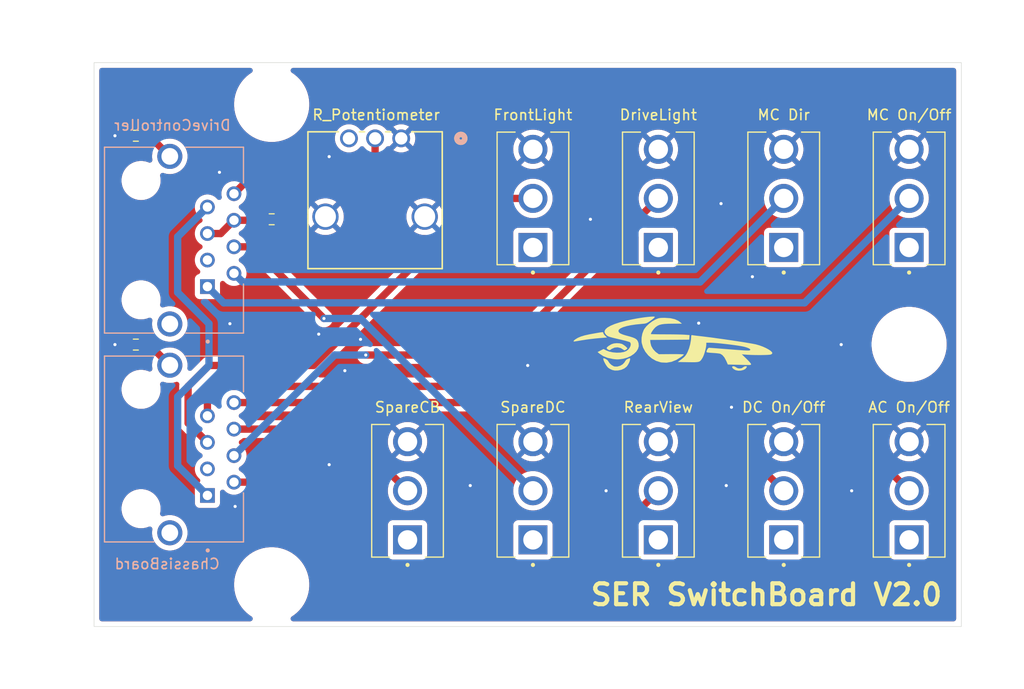
<source format=kicad_pcb>
(kicad_pcb (version 20241229) (generator "pcbnew") (generator_version "9.0")
  (layers (0 "F.Cu" signal) (4 "In1.Cu" signal) (6 "In2.Cu" signal) (2 "B.Cu" signal) (13 "F.Paste" user) (15 "B.Paste" user) (5 "F.SilkS" user "F.Silkscreen") (7 "B.SilkS" user "B.Silkscreen") (1 "F.Mask" user) (3 "B.Mask" user) (25 "Edge.Cuts" user))
  (net 0 "")
  (net 1 "Net-(J2-SHIELD__1)")
  (net 2 "GND")
  (net 3 "Net-(J1-SHIELD__1)")
  (net 4 "Net-(J1-Pad5)")
  (net 5 "+3.3V")
  (net 6 "/Connectors/Potentiometer")
  (net 7 "/Connectors/MC_OnOff")
  (net 8 "/Connectors/MC_Dir")
  (net 9 "/Connectors/FrontLight")
  (net 10 "/Connectors/DriveLight")
  (net 11 "/Connectors/RearView")
  (net 12 "/Connectors/SpareSwitch_CB")
  (net 14 "/Connectors/DC_Enable")
  (net 16 "/Connectors/AC_Enable")
  (net 17 "/Connectors/SpareSwitch_DC")
  (net 18 "/Connectors/BreakLight")
  (footprint "Imported_Footprints:P0915N-EC15BR10K_BIT" (layer "F.Cu") (at 137.3951 58.25045 180)
    (property "Reference" "RV1" (hide yes))
    (property "Value" "R_Potentiometer" (at 2.3951 2.25045 0) (layer "F.SilkS"))
    (fp_line (start 8.9262 0.626999) (end 8.9262 -12.477) (stroke (width 0.1524)) (layer "F.SilkS"))
    (fp_line (start 8.9262 -12.477) (end -3.9262 -12.477) (stroke (width 0.1524)) (layer "F.SilkS"))
    (fp_line (start 6.00393 0.626999) (end 8.9262 0.626999) (stroke (width 0.1524)) (layer "F.SilkS"))
    (fp_line (start 3.50393 0.626999) (end 3.99607 0.626999) (stroke (width 0.1524)) (layer "F.SilkS"))
    (fp_line (start 1.00393 0.626999) (end 1.49607 0.626999) (stroke (width 0.1524)) (layer "F.SilkS"))
    (fp_line (start -3.9262 0.626999) (end -1.00393 0.626999) (stroke (width 0.1524)) (layer "F.SilkS"))
    (fp_line (start -3.9262 -12.477) (end -3.9262 0.626999) (stroke (width 0.1524)) (layer "F.SilkS"))
    (fp_circle (center -5.7042 0) (end -5.3232 0) (stroke (width 0.508)) (fill no) (layer "F.SilkS"))
    (fp_circle (center -5.7042 0) (end -5.3232 0) (stroke (width 0.508)) (fill no) (layer "B.SilkS"))
    (pad "1" thru_hole circle (at -2.249998 -7.5 270) (size 2.5146 2.5146) (drill 2.0066) (layers "*.Cu" "*.Mask") (net 2 "GND"))
    (pad "1" thru_hole circle (at 0 0 180) (size 1.7018 1.7018) (drill 1.1938) (layers "*.Cu" "*.Mask") (net 2 "GND"))
    (pad "1" thru_hole circle (at 7.249998 -7.5 270) (size 2.5146 2.5146) (drill 2.0066) (layers "*.Cu" "*.Mask") (net 2 "GND"))
    (pad "2" thru_hole circle (at 2.5 0 180) (size 1.7018 1.7018) (drill 1.1938) (layers "*.Cu" "*.Mask") (net 6 "/Connectors/Potentiometer"))
    (pad "3" thru_hole circle (at 5 0 180) (size 1.7018 1.7018) (drill 1.1938) (layers "*.Cu" "*.Mask") (net 5 "+3.3V"))
  )
  (footprint "Imported_Footprints:SW_100SP1T1B1M2QEH" (layer "F.Cu") (at 150 64 90)
    (property "Reference" "SW3" (hide yes))
    (property "Value" "FrontLight" (at 8 0 0) (layer "F.SilkS"))
    (fp_line (start 6.35 -3.43) (end 6.35 -1.7075) (stroke (width 0.127)) (layer "F.SilkS"))
    (fp_line (start -6.35 -3.43) (end 6.35 -3.43) (stroke (width 0.127)) (layer "F.SilkS"))
    (fp_line (start -6.35 -1.7075) (end -6.35 -3.43) (stroke (width 0.127)) (layer "F.SilkS"))
    (fp_line (start 6.35 3.43) (end 6.35 1.7075) (stroke (width 0.127)) (layer "F.SilkS"))
    (fp_line (start 6.35 3.43) (end -6.35 3.43) (stroke (width 0.127)) (layer "F.SilkS"))
    (fp_line (start -6.35 3.43) (end -6.35 1.7075) (stroke (width 0.127)) (layer "F.SilkS"))
    (fp_circle (center -7.1 0) (end -7 0) (stroke (width 0.2)) (fill no) (layer "F.SilkS"))
    (pad "1" thru_hole rect (at -4.7 0 90) (size 2.775 2.775) (drill 1.85) (layers "*.Cu" "*.Mask") (net 5 "+3.3V"))
    (pad "2" thru_hole circle (at 0 0 90) (size 2.775 2.775) (drill 1.85) (layers "*.Cu" "*.Mask") (net 9 "/Connectors/FrontLight"))
    (pad "3" thru_hole circle (at 4.7 0 90) (size 2.775 2.775) (drill 1.85) (layers "*.Cu" "*.Mask") (net 2 "GND"))
  )
  (footprint "Resistor_SMD:R_0603_1608Metric" (layer "F.Cu") (at 125 66 180)
    (property "Reference" "R3" (hide yes))
    (property "Value" "R")
    (fp_line (start -0.237258 0.5225) (end 0.237258 0.5225) (stroke (width 0.12)) (layer "F.SilkS"))
    (fp_line (start -0.237258 -0.5225) (end 0.237258 -0.5225) (stroke (width 0.12)) (layer "F.SilkS"))
    (pad "1" smd roundrect (at -0.825 0 180) (size 0.8 0.95) (layers "F.Cu" "F.Mask" "F.Paste") (net 2 "GND"))
    (pad "2" smd roundrect (at 0.825 0 180) (size 0.8 0.95) (layers "F.Cu" "F.Mask" "F.Paste") (net 4 "Net-(J1-Pad5)"))
  )
  (footprint "Resistor_SMD:R_0603_1608Metric" (layer "F.Cu") (at 112 78)
    (property "Reference" "R1" (hide yes))
    (property "Value" "R")
    (fp_line (start -0.237258 -0.5225) (end 0.237258 -0.5225) (stroke (width 0.12)) (layer "F.SilkS"))
    (fp_line (start -0.237258 0.5225) (end 0.237258 0.5225) (stroke (width 0.12)) (layer "F.SilkS"))
    (pad "1" smd roundrect (at -0.825 0) (size 0.8 0.95) (layers "F.Cu" "F.Mask" "F.Paste") (net 2 "GND"))
    (pad "2" smd roundrect (at 0.825 0) (size 0.8 0.95) (layers "F.Cu" "F.Mask" "F.Paste") (net 1 "Net-(J2-SHIELD__1)"))
  )
  (footprint "Imported_Footprints:SW_100SP1T1B1M2QEH" (layer "F.Cu") (at 174 64 90)
    (property "Reference" "SW2" (hide yes))
    (property "Value" "MC Dir" (at 8 0 180) (layer "F.SilkS"))
    (fp_line (start 6.35 -3.43) (end 6.35 -1.7075) (stroke (width 0.127)) (layer "F.SilkS"))
    (fp_line (start -6.35 -3.43) (end 6.35 -3.43) (stroke (width 0.127)) (layer "F.SilkS"))
    (fp_line (start -6.35 -1.7075) (end -6.35 -3.43) (stroke (width 0.127)) (layer "F.SilkS"))
    (fp_line (start 6.35 3.43) (end 6.35 1.7075) (stroke (width 0.127)) (layer "F.SilkS"))
    (fp_line (start 6.35 3.43) (end -6.35 3.43) (stroke (width 0.127)) (layer "F.SilkS"))
    (fp_line (start -6.35 3.43) (end -6.35 1.7075) (stroke (width 0.127)) (layer "F.SilkS"))
    (fp_circle (center -7.1 0) (end -7 0) (stroke (width 0.2)) (fill no) (layer "F.SilkS"))
    (pad "1" thru_hole rect (at -4.7 0 90) (size 2.775 2.775) (drill 1.85) (layers "*.Cu" "*.Mask") (net 5 "+3.3V"))
    (pad "2" thru_hole circle (at 0 0 90) (size 2.775 2.775) (drill 1.85) (layers "*.Cu" "*.Mask") (net 8 "/Connectors/MC_Dir"))
    (pad "3" thru_hole circle (at 4.7 0 90) (size 2.775 2.775) (drill 1.85) (layers "*.Cu" "*.Mask") (net 2 "GND"))
  )
  (footprint "Imported_Footprints:SW_100SP1T1B1M2QEH" (layer "F.Cu") (at 162 64 90)
    (property "Reference" "SW4" (hide yes))
    (property "Value" "DriveLight" (at 8 0 180) (layer "F.SilkS"))
    (fp_line (start 6.35 -3.43) (end 6.35 -1.7075) (stroke (width 0.127)) (layer "F.SilkS"))
    (fp_line (start -6.35 -3.43) (end 6.35 -3.43) (stroke (width 0.127)) (layer "F.SilkS"))
    (fp_line (start -6.35 -1.7075) (end -6.35 -3.43) (stroke (width 0.127)) (layer "F.SilkS"))
    (fp_line (start 6.35 3.43) (end 6.35 1.7075) (stroke (width 0.127)) (layer "F.SilkS"))
    (fp_line (start 6.35 3.43) (end -6.35 3.43) (stroke (width 0.127)) (layer "F.SilkS"))
    (fp_line (start -6.35 3.43) (end -6.35 1.7075) (stroke (width 0.127)) (layer "F.SilkS"))
    (fp_circle (center -7.1 0) (end -7 0) (stroke (width 0.2)) (fill no) (layer "F.SilkS"))
    (pad "1" thru_hole rect (at -4.7 0 90) (size 2.775 2.775) (drill 1.85) (layers "*.Cu" "*.Mask") (net 5 "+3.3V"))
    (pad "2" thru_hole circle (at 0 0 90) (size 2.775 2.775) (drill 1.85) (layers "*.Cu" "*.Mask") (net 10 "/Connectors/DriveLight"))
    (pad "3" thru_hole circle (at 4.7 0 90) (size 2.775 2.775) (drill 1.85) (layers "*.Cu" "*.Mask") (net 2 "GND"))
  )
  (footprint "Imported_Footprints:SW_100SP1T1B1M2QEH" (layer "F.Cu") (at 150 92 90)
    (property "Reference" "SW9" (hide yes))
    (property "Value" "SpareDC" (at 8 0 180) (layer "F.SilkS"))
    (fp_line (start 6.35 -3.43) (end 6.35 -1.7075) (stroke (width 0.127)) (layer "F.SilkS"))
    (fp_line (start -6.35 -3.43) (end 6.35 -3.43) (stroke (width 0.127)) (layer "F.SilkS"))
    (fp_line (start -6.35 -1.7075) (end -6.35 -3.43) (stroke (width 0.127)) (layer "F.SilkS"))
    (fp_line (start 6.35 3.43) (end 6.35 1.7075) (stroke (width 0.127)) (layer "F.SilkS"))
    (fp_line (start 6.35 3.43) (end -6.35 3.43) (stroke (width 0.127)) (layer "F.SilkS"))
    (fp_line (start -6.35 3.43) (end -6.35 1.7075) (stroke (width 0.127)) (layer "F.SilkS"))
    (fp_circle (center -7.1 0) (end -7 0) (stroke (width 0.2)) (fill no) (layer "F.SilkS"))
    (pad "1" thru_hole rect (at -4.7 0 90) (size 2.775 2.775) (drill 1.85) (layers "*.Cu" "*.Mask") (net 5 "+3.3V"))
    (pad "2" thru_hole circle (at 0 0 90) (size 2.775 2.775) (drill 1.85) (layers "*.Cu" "*.Mask") (net 17 "/Connectors/SpareSwitch_DC"))
    (pad "3" thru_hole circle (at 4.7 0 90) (size 2.775 2.775) (drill 1.85) (layers "*.Cu" "*.Mask") (net 2 "GND"))
  )
  (footprint "Imported_Footprints:SW_100SP1T1B1M2QEH" (layer "F.Cu") (at 162 92 90)
    (property "Reference" "SW5" (hide yes))
    (property "Value" "RearView" (at 8 0 180) (layer "F.SilkS"))
    (fp_line (start 6.35 -3.43) (end 6.35 -1.7075) (stroke (width 0.127)) (layer "F.SilkS"))
    (fp_line (start -6.35 -3.43) (end 6.35 -3.43) (stroke (width 0.127)) (layer "F.SilkS"))
    (fp_line (start -6.35 -1.7075) (end -6.35 -3.43) (stroke (width 0.127)) (layer "F.SilkS"))
    (fp_line (start 6.35 3.43) (end 6.35 1.7075) (stroke (width 0.127)) (layer "F.SilkS"))
    (fp_line (start 6.35 3.43) (end -6.35 3.43) (stroke (width 0.127)) (layer "F.SilkS"))
    (fp_line (start -6.35 3.43) (end -6.35 1.7075) (stroke (width 0.127)) (layer "F.SilkS"))
    (fp_circle (center -7.1 0) (end -7 0) (stroke (width 0.2)) (fill no) (layer "F.SilkS"))
    (pad "1" thru_hole rect (at -4.7 0 90) (size 2.775 2.775) (drill 1.85) (layers "*.Cu" "*.Mask") (net 5 "+3.3V"))
    (pad "2" thru_hole circle (at 0 0 90) (size 2.775 2.775) (drill 1.85) (layers "*.Cu" "*.Mask") (net 11 "/Connectors/RearView"))
    (pad "3" thru_hole circle (at 4.7 0 90) (size 2.775 2.775) (drill 1.85) (layers "*.Cu" "*.Mask") (net 2 "GND"))
  )
  (footprint "Imported_Footprints:SW_100SP1T1B1M2QEH" (layer "F.Cu") (at 174 92 90)
    (property "Reference" "SW7" (hide yes))
    (property "Value" "DC On/Off" (at 8 0 180) (layer "F.SilkS"))
    (fp_line (start 6.35 -3.43) (end 6.35 -1.7075) (stroke (width 0.127)) (layer "F.SilkS"))
    (fp_line (start -6.35 -3.43) (end 6.35 -3.43) (stroke (width 0.127)) (layer "F.SilkS"))
    (fp_line (start -6.35 -1.7075) (end -6.35 -3.43) (stroke (width 0.127)) (layer "F.SilkS"))
    (fp_line (start 6.35 3.43) (end 6.35 1.7075) (stroke (width 0.127)) (layer "F.SilkS"))
    (fp_line (start 6.35 3.43) (end -6.35 3.43) (stroke (width 0.127)) (layer "F.SilkS"))
    (fp_line (start -6.35 3.43) (end -6.35 1.7075) (stroke (width 0.127)) (layer "F.SilkS"))
    (fp_circle (center -7.1 0) (end -7 0) (stroke (width 0.2)) (fill no) (layer "F.SilkS"))
    (pad "1" thru_hole rect (at -4.7 0 90) (size 2.775 2.775) (drill 1.85) (layers "*.Cu" "*.Mask"))
    (pad "2" thru_hole circle (at 0 0 90) (size 2.775 2.775) (drill 1.85) (layers "*.Cu" "*.Mask") (net 14 "/Connectors/DC_Enable"))
    (pad "3" thru_hole circle (at 4.7 0 90) (size 2.775 2.775) (drill 1.85) (layers "*.Cu" "*.Mask") (net 2 "GND"))
  )
  (footprint "Resistor_SMD:R_0603_1608Metric" (layer "F.Cu") (at 112 58)
    (property "Reference" "R2" (hide yes))
    (property "Value" "R")
    (fp_line (start -0.237258 -0.5225) (end 0.237258 -0.5225) (stroke (width 0.12)) (layer "F.SilkS"))
    (fp_line (start -0.237258 0.5225) (end 0.237258 0.5225) (stroke (width 0.12)) (layer "F.SilkS"))
    (pad "1" smd roundrect (at -0.825 0) (size 0.8 0.95) (layers "F.Cu" "F.Mask" "F.Paste") (net 2 "GND"))
    (pad "2" smd roundrect (at 0.825 0) (size 0.8 0.95) (layers "F.Cu" "F.Mask" "F.Paste") (net 3 "Net-(J1-SHIELD__1)"))
  )
  (footprint "Imported_Footprints:MountingHole_3.2mm_M3_No_Copper" (layer "F.Cu") (at 125 55)
    (property "Reference" "H1" (hide yes))
    (property "Value" "MountingHole")
    (pad "" np_thru_hole circle (at 0 0) (size 3.2 3.2) (drill 3.2) (layers "F&B.Cu" "*.Mask") (clearance 2))
  )
  (footprint "Imported_Footprints:SER_Logo" (layer "F.Cu") (at 163.322 78.867)
    (property "Reference" "G1" (hide yes))
    (property "Value" "LOGO" (hide yes))
    (fp_poly (pts (xy 7.130876 1.21422) (xy 7.148839 1.259929) (xy 7.11843 1.337079) (xy 7.004439 1.46932) (xy 6.816082 1.567146) (xy 6.582468 1.624046) (xy 6.332708 1.633512) (xy 6.095912 1.589034) (xy 6.056376 1.574583) (xy 5.893405 1.485417) (xy 5.776277 1.376284) (xy 5.733755 1.27777) (xy 5.775443 1.219928) (xy 5.877018 1.208267) (xy 6.00324 1.239594) (xy 6.118873 1.310718) (xy 6.121205 1.312868) (xy 6.295251 1.402262) (xy 6.458972 1.420041) (xy 6.658191 1.392077) (xy 6.778692 1.312868) (xy 6.904915 1.231692) (xy 7.026987 1.205695)) (fill yes) (layer "F.SilkS"))
    (fp_poly (pts (xy -5.041774 -0.989264) (xy -4.811866 -0.932805) (xy -4.769199 -0.913594) (xy -4.625395 -0.826694) (xy -4.479503 -0.717253) (xy -4.359291 -0.608783) (xy -4.292525 -0.524799) (xy -4.28692 -0.50521) (xy -4.327043 -0.452661) (xy -4.423712 -0.378185) (xy -4.425418 -0.377065) (xy -4.531742 -0.319447) (xy -4.604099 -0.327576) (xy -4.65316 -0.36444) (xy -4.920293 -0.533551) (xy -5.211031 -0.605221) (xy -5.505769 -0.579313) (xy -5.7849 -0.45569) (xy -5.894515 -0.373087) (xy -5.971874 -0.332437) (xy -6.069122 -0.355064) (xy -6.122258 -0.38126) (xy -6.226155 -0.457953) (xy -6.26962 -0.533654) (xy -6.269621 -0.533928) (xy -6.221266 -0.622962) (xy -6.084944 -0.737281) (xy -5.873764 -0.866545) (xy -5.795498 -0.907856) (xy -5.579815 -0.976531) (xy -5.313165 -1.003753)) (fill yes) (layer "F.SilkS"))
    (fp_poly (pts (xy -6.613185 -2.047351) (xy -6.594443 -2.027667) (xy -6.59107 -1.997329) (xy -6.59114 -1.982688) (xy -6.554249 -1.890785) (xy -6.461219 -1.76943) (xy -6.410842 -1.71814) (xy -6.230544 -1.548097) (xy -7.040483 -1.479986) (xy -7.41462 -1.443438) (xy -7.83676 -1.394087) (xy -8.255474 -1.338365) (xy -8.619332 -1.282704) (xy -8.623573 -1.281993) (xy -8.933226 -1.229806) (xy -9.152486 -1.193178) (xy -9.296761 -1.170582) (xy -9.381461 -1.160495) (xy -9.421995 -1.16139) (xy -9.433772 -1.171742) (xy -9.432201 -1.190027) (xy -9.431224 -1.202048) (xy -9.391502 -1.263347) (xy -9.293837 -1.349386) (xy -9.273156 -1.36454) (xy -9.028721 -1.512678) (xy -8.73722 -1.63805) (xy -8.380662 -1.746789) (xy -7.941056 -1.845027) (xy -7.769636 -1.877097) (xy -7.388214 -1.945571) (xy -7.099436 -1.996466) (xy -6.890423 -2.030938) (xy -6.748296 -2.05014) (xy -6.660177 -2.055227)) (fill yes) (layer "F.SilkS"))
    (fp_poly (pts (xy -6.444015 0.472276) (xy -6.378224 0.499654) (xy -6.197348 0.611855) (xy -6.103688 0.73706) (xy -5.986775 0.916083) (xy -5.808681 1.081522) (xy -5.609501 1.200231) (xy -5.502295 1.234208) (xy -5.2382 1.237097) (xy -4.972704 1.160934) (xy -4.736155 1.02102) (xy -4.558905 0.832655) (xy -4.504474 0.73116) (xy -4.383199 0.577624) (xy -4.22959 0.493247) (xy -4.097287 0.444226) (xy -4.036699 0.440966) (xy -4.019805 0.489992) (xy -4.018988 0.54231) (xy -4.04994 0.695185) (xy -4.130079 0.891017) (xy -4.240324 1.090142) (xy -4.359951 1.2511) (xy -4.578765 1.42186) (xy -4.863 1.545155) (xy -5.178541 1.613257) (xy -5.491274 1.618435) (xy -5.739914 1.563746) (xy -5.92191 1.479791) (xy -6.093612 1.377291) (xy -6.097961 1.374216) (xy -6.203946 1.266484) (xy -6.324494 1.09698) (xy -6.440878 0.898733) (xy -6.534369 0.704772) (xy -6.586237 0.548125) (xy -6.59114 0.504491) (xy -6.583768 0.448664) (xy -6.543703 0.438129)) (fill yes) (layer "F.SilkS"))
    (fp_poly (pts (xy -0.696625 -3.428782) (xy -0.182172 -3.395806) (xy 0.251811 -3.298867) (xy 0.602592 -3.138719) (xy 0.753399 -3.028844) (xy 0.937763 -2.871234) (xy 0.049915 -2.869056) (xy -0.382645 -2.86275) (xy -0.725614 -2.843698) (xy -0.996193 -2.808147) (xy -1.211585 -2.752342) (xy -1.388994 -2.672529) (xy -1.545622 -2.564954) (xy -1.614669 -2.505801) (xy -1.742574 -2.370643) (xy -1.86832 -2.206396) (xy -1.97101 -2.044195) (xy -2.029747 -1.91517) (xy -2.036287 -1.877663) (xy -1.985035 -1.869926) (xy -1.840613 -1.862946) (xy -1.617024 -1.857013) (xy -1.328271 -1.852419) (xy -0.988355 -1.849455) (xy -0.629642 -1.848414) (xy -0.223305 -1.846971) (xy 0.173306 -1.843084) (xy 0.539632 -1.837142) (xy 0.855118 -1.829533) (xy 1.099203 -1.820645) (xy 1.221775 -1.813471) (xy 1.666547 -1.77885) (xy 1.650467 -1.559257) (xy 1.634388 -1.339663) (xy -0.234493 -1.325565) (xy -2.103374 -1.311466) (xy -2.077725 -1.04453) (xy -1.998422 -0.734905) (xy -1.831274 -0.437458) (xy -1.594233 -0.181495) (xy -1.507659 -0.113927) (xy -1.273756 0.053586) (xy -0.07422 0.044693) (xy 0.271365 0.044026) (xy 0.577976 0.047062) (xy 0.830453 0.053351) (xy 1.013635 0.062443) (xy 1.112361 0.073887) (xy 1.125316 0.080319) (xy 1.085306 0.133366) (xy 0.981664 0.225062) (xy 0.87078 0.310351) (xy 0.401879 0.601124) (xy -0.064285 0.786346) (xy -0.532839 0.867349) (xy -1.008908 0.845467) (xy -1.11587 0.826839) (xy -1.540827 0.691754) (xy -1.93399 0.468404) (xy -2.281302 0.172139) (xy -2.568708 -0.181691) (xy -2.78215 -0.577736) (xy -2.907573 -1.000644) (xy -2.928078 -1.152204) (xy -2.924766 -1.531494) (xy -2.853774 -1.914121) (xy -2.724322 -2.258149) (xy -2.659634 -2.37335) (xy -2.466762 -2.617922) (xy -2.204474 -2.866708) (xy -1.905631 -3.091901) (xy -1.607595 -3.263559) (xy -1.439698 -3.33945) (xy -1.29841 -3.387876) (xy -1.150415 -3.41488) (xy -0.962401 -3.426503) (xy -0.701052 -3.428787)) (fill yes) (layer "F.SilkS"))
    (fp_poly (pts (xy -1.702869 -3.54505) (xy -1.659944 -3.530113) (xy -1.677259 -3.476921) (xy -1.777176 -3.377352) (xy -1.950384 -3.240149) (xy -2.031204 -3.18158) (xy -2.229913 -3.042896) (xy -2.376918 -2.953697) (xy -2.507445 -2.900779) (xy -2.656717 -2.870941) (xy -2.859958 -2.850979) (xy -2.927412 -2.845666) (xy -3.476744 -2.791292) (xy -3.956552 -2.720215) (xy -4.361955 -2.634498) (xy -4.688072 -2.536203) (xy -4.930022 -2.42739) (xy -5.082923 -2.310122) (xy -5.141895 -2.186459) (xy -5.102056 -2.058465) (xy -5.010698 -1.965765) (xy -4.896694 -1.903097) (xy -4.712901 -1.830229) (xy -4.494077 -1.760526) (xy -4.434643 -1.744283) (xy -4.065016 -1.643728) (xy -3.785302 -1.556573) (xy -3.580677 -1.473513) (xy -3.436314 -1.385242) (xy -3.337388 -1.282455) (xy -3.269071 -1.155845) (xy -3.216539 -0.996108) (xy -3.21115 -0.976347) (xy -3.192539 -0.712787) (xy -3.269576 -0.449913) (xy -3.431175 -0.198099) (xy -3.66625 0.032283) (xy -3.963715 0.230859) (xy -4.312485 0.387257) (xy -4.701472 0.491103) (xy -4.795992 0.50654) (xy -5.016842 0.536484) (xy -5.180842 0.550435) (xy -5.332268 0.548591) (xy -5.515398 0.53115) (xy -5.680575 0.510488) (xy -6.174724 0.4054) (xy -6.611207 0.228142) (xy -6.964824 -0.007028) (xy -7.138473 -0.153144) (xy -6.852171 -0.298224) (xy -6.565869 -0.443304) (xy -6.316198 -0.312754) (xy -6.020588 -0.197135) (xy -5.673774 -0.122831) (xy -5.305786 -0.090832) (xy -4.946657 -0.102125) (xy -4.626417 -0.157697) (xy -4.390795 -0.249432) (xy -4.208667 -0.387368) (xy -4.069352 -0.560523) (xy -3.982602 -0.745619) (xy -3.958164 -0.919377) (xy -4.005788 -1.05852) (xy -4.037917 -1.091998) (xy -4.112066 -1.123457) (xy -4.272186 -1.172985) (xy -4.499627 -1.235414) (xy -4.775734 -1.305576) (xy -5.018025 -1.363543) (xy -5.389367 -1.450624) (xy -5.671667 -1.519362) (xy -5.880395 -1.575146) (xy -6.031022 -1.623369) (xy -6.139018 -1.669418) (xy -6.219853 -1.718685) (xy -6.288998 -1.776559) (xy -6.336604 -1.82295) (xy -6.45454 -1.994908) (xy -6.467027 -2.167173) (xy -6.375782 -2.338759) (xy -6.182521 -2.508681) (xy -5.888961 -2.675951) (xy -5.496819 -2.839585) (xy -5.007811 -2.998597) (xy -4.423653 -3.152) (xy -3.777848 -3.292496) (xy -3.405942 -3.361975) (xy -3.03256 -3.423309) (xy -2.673684 -3.474705) (xy -2.345295 -3.51437) (xy -2.063375 -3.540512) (xy -1.843906 -3.551336)) (fill yes) (layer "F.SilkS"))
    (fp_poly (pts (xy 1.93987 -1.771414) (xy 1.94251 -1.770841) (xy 2.04625 -1.753838) (xy 2.226815 -1.729616) (xy 2.454432 -1.702036) (xy 2.598945 -1.685729) (xy 2.980136 -1.641544) (xy 3.421243 -1.586387) (xy 3.907788 -1.522399) (xy 4.425296 -1.45172) (xy 4.959289 -1.376487) (xy 5.495291 -1.298841) (xy 6.018826 -1.220922) (xy 6.515417 -1.144869) (xy 6.970587 -1.07282) (xy 7.36986 -1.006916) (xy 7.698759 -0.949297) (xy 7.942808 -0.9021) (xy 8.025885 -0.8837) (xy 8.348348 -0.792596) (xy 8.665476 -0.676991) (xy 8.960716 -0.545724) (xy 9.217515 -0.407634) (xy 9.419317 -0.271559) (xy 9.54957 -0.14634) (xy 9.591983 -0.047498) (xy 9.547053 0.02502) (xy 9.446228 0.084861) (xy 9.339331 0.104247) (xy 9.14508 0.119243) (xy 8.883212 0.129711) (xy 8.573461 0.135514) (xy 8.235564 0.136514) (xy 7.889255 0.132573) (xy 7.554271 0.123555) (xy 7.250346 0.109321) (xy 7.127004 0.101029) (xy 6.671519 0.066664) (xy 7.113607 0.493192) (xy 7.289728 0.670558) (xy 7.43255 0.828559) (xy 7.526303 0.94879) (xy 7.555696 1.009122) (xy 7.542241 1.053184) (xy 7.488239 1.078687) (xy 7.373231 1.089228) (xy 7.17676 1.088407) (xy 7.113607 1.086876) (xy 6.87529 1.080688) (xy 6.572388 1.072953) (xy 6.247457 1.064753) (xy 5.999554 1.058566) (xy 5.32759 1.041902) (xy 5.181883 0.707441) (xy 5.003864 0.371488) (xy 4.807779 0.138459) (xy 4.616586 0.017938) (xy 4.504751 -0.007918) (xy 4.315394 -0.033532) (xy 4.07812 -0.055419) (xy 3.896844 -0.066783) (xy 3.659138 -0.082371) (xy 3.46365 -0.102134) (xy 3.333589 -0.12329) (xy 3.292291 -0.139272) (xy 3.288981 -0.229129) (xy 3.335731 -0.355619) (xy 3.410342 -0.477597) (xy 3.490621 -0.553917) (xy 3.520578 -0.562459) (xy 3.59896 -0.558233) (xy 3.768478 -0.546458) (xy 4.013452 -0.528311) (xy 4.318202 -0.504972) (xy 4.667046 -0.477619) (xy 4.956751 -0.45449) (xy 5.535978 -0.408298) (xy 6.017531 -0.370914) (xy 6.410502 -0.341823) (xy 6.723985 -0.320511) (xy 6.96707 -0.306463) (xy 7.148852 -0.299164) (xy 7.278422 -0.298101) (xy 7.364874 -0.302757) (xy 7.417298 -0.31262) (xy 7.423713 -0.314866) (xy 7.486204 -0.367591) (xy 7.453133 -0.434689) (xy 7.334165 -0.510197) (xy 7.138965 -0.588153) (xy 6.877198 -0.662596) (xy 6.849238 -0.669264) (xy 6.617144 -0.715698) (xy 6.302333 -0.767228) (xy 5.927679 -0.82116) (xy 5.51606 -0.874804) (xy 5.090352 -0.925465) (xy 4.673431 -0.970453) (xy 4.288173 -1.007074) (xy 3.957455 -1.032637) (xy 3.704154 -1.044448) (xy 3.657278 -1.044937) (xy 3.268776 -1.044938) (xy 3.268776 -0.865957) (xy 3.248603 -0.665829) (xy 3.195251 -0.406667) (xy 3.119469 -0.127193) (xy 3.032008 0.133871) (xy 2.943619 0.337803) (xy 2.92551 0.370487) (xy 2.833003 0.52497) (xy 2.751084 0.64052) (xy 2.66298 0.722535) (xy 2.551918 0.776413) (xy 2.401126 0.807554) (xy 2.193831 0.821355) (xy 1.91326 0.823216) (xy 1.542641 0.818535) (xy 1.533899 0.818407) (xy 0.531933 0.803797) (xy 0.90496 0.524727) (xy 1.108081 0.363394) (xy 1.250865 0.21921) (xy 1.365085 0.054535) (xy 1.472056 -0.147014) (xy 1.612466 -0.49436) (xy 1.725222 -0.895065) (xy 1.798271 -1.298981) (xy 1.820071 -1.59522) (xy 1.828378 -1.725811) (xy 1.862198 -1.775774)) (fill yes) (layer "F.SilkS"))
  )
  (footprint "Imported_Footprints:SW_100SP1T1B1M2QEH" (layer "F.Cu") (at 186 64 90)
    (property "Reference" "SW1" (hide yes))
    (property "Value" "MC On/Off" (at 8 0 180) (layer "F.SilkS"))
    (fp_line (start 6.35 -3.43) (end 6.35 -1.7075) (stroke (width 0.127)) (layer "F.SilkS"))
    (fp_line (start -6.35 -3.43) (end 6.35 -3.43) (stroke (width 0.127)) (layer "F.SilkS"))
    (fp_line (start -6.35 -1.7075) (end -6.35 -3.43) (stroke (width 0.127)) (layer "F.SilkS"))
    (fp_line (start 6.35 3.43) (end 6.35 1.7075) (stroke (width 0.127)) (layer "F.SilkS"))
    (fp_line (start 6.35 3.43) (end -6.35 3.43) (stroke (width 0.127)) (layer "F.SilkS"))
    (fp_line (start -6.35 3.43) (end -6.35 1.7075) (stroke (width 0.127)) (layer "F.SilkS"))
    (fp_circle (center -7.1 0) (end -7 0) (stroke (width 0.2)) (fill no) (layer "F.SilkS"))
    (pad "1" thru_hole rect (at -4.7 0 90) (size 2.775 2.775) (drill 1.85) (layers "*.Cu" "*.Mask") (net 5 "+3.3V"))
    (pad "2" thru_hole circle (at 0 0 90) (size 2.775 2.775) (drill 1.85) (layers "*.Cu" "*.Mask") (net 7 "/Connectors/MC_OnOff"))
    (pad "3" thru_hole circle (at 4.7 0 90) (size 2.775 2.775) (drill 1.85) (layers "*.Cu" "*.Mask") (net 2 "GND"))
  )
  (footprint "Imported_Footprints:SW_100SP1T1B1M2QEH" (layer "F.Cu") (at 138 92 90)
    (property "Reference" "SW6" (hide yes))
    (property "Value" "SpareCB" (at 8 0 180) (layer "F.SilkS"))
    (fp_line (start 6.35 -3.43) (end 6.35 -1.7075) (stroke (width 0.127)) (layer "F.SilkS"))
    (fp_line (start -6.35 -3.43) (end 6.35 -3.43) (stroke (width 0.127)) (layer "F.SilkS"))
    (fp_line (start -6.35 -1.7075) (end -6.35 -3.43) (stroke (width 0.127)) (layer "F.SilkS"))
    (fp_line (start 6.35 3.43) (end 6.35 1.7075) (stroke (width 0.127)) (layer "F.SilkS"))
    (fp_line (start 6.35 3.43) (end -6.35 3.43) (stroke (width 0.127)) (layer "F.SilkS"))
    (fp_line (start -6.35 3.43) (end -6.35 1.7075) (stroke (width 0.127)) (layer "F.SilkS"))
    (fp_circle (center -7.1 0) (end -7 0) (stroke (width 0.2)) (fill no) (layer "F.SilkS"))
    (pad "1" thru_hole rect (at -4.7 0 90) (size 2.775 2.775) (drill 1.85) (layers "*.Cu" "*.Mask") (net 5 "+3.3V"))
    (pad "2" thru_hole circle (at 0 0 90) (size 2.775 2.775) (drill 1.85) (layers "*.Cu" "*.Mask") (net 12 "/Connectors/SpareSwitch_CB"))
    (pad "3" thru_hole circle (at 4.7 0 90) (size 2.775 2.775) (drill 1.85) (layers "*.Cu" "*.Mask") (net 2 "GND"))
  )
  (footprint "Imported_Footprints:MountingHole_3.2mm_M3_No_Copper" (layer "F.Cu") (at 186 77.978)
    (property "Reference" "H3" (hide yes))
    (property "Value" "MountingHole")
    (pad "" np_thru_hole circle (at 0 0) (size 3.2 3.2) (drill 3.2) (layers "F&B.Cu" "*.Mask") (clearance 2))
  )
  (footprint "Imported_Footprints:SW_100SP1T1B1M2QEH" (layer "F.Cu") (at 186 92 90)
    (property "Reference" "SW8" (hide yes))
    (property "Value" "AC On/Off" (at 8 0 180) (layer "F.SilkS"))
    (fp_line (start 6.35 -3.43) (end 6.35 -1.7075) (stroke (width 0.127)) (layer "F.SilkS"))
    (fp_line (start -6.35 -3.43) (end 6.35 -3.43) (stroke (width 0.127)) (layer "F.SilkS"))
    (fp_line (start -6.35 -1.7075) (end -6.35 -3.43) (stroke (width 0.127)) (layer "F.SilkS"))
    (fp_line (start 6.35 3.43) (end 6.35 1.7075) (stroke (width 0.127)) (layer "F.SilkS"))
    (fp_line (start 6.35 3.43) (end -6.35 3.43) (stroke (width 0.127)) (layer "F.SilkS"))
    (fp_line (start -6.35 3.43) (end -6.35 1.7075) (stroke (width 0.127)) (layer "F.SilkS"))
    (fp_circle (center -7.1 0) (end -7 0) (stroke (width 0.2)) (fill no) (layer "F.SilkS"))
    (pad "1" thru_hole rect (at -4.7 0 90) (size 2.775 2.775) (drill 1.85) (layers "*.Cu" "*.Mask"))
    (pad "2" thru_hole circle (at 0 0 90) (size 2.775 2.775) (drill 1.85) (layers "*.Cu" "*.Mask") (net 16 "/Connectors/AC_Enable"))
    (pad "3" thru_hole circle (at 4.7 0 90) (size 2.775 2.775) (drill 1.85) (layers "*.Cu" "*.Mask") (net 2 "GND"))
  )
  (footprint "Imported_Footprints:MountingHole_3.2mm_M3_No_Copper" (layer "F.Cu") (at 125 101)
    (property "Reference" "H2" (hide yes))
    (property "Value" "MountingHole")
    (pad "" np_thru_hole circle (at 0 0) (size 3.2 3.2) (drill 3.2) (layers "F&B.Cu" "*.Mask") (clearance 2))
  )
  (footprint "Imported_Footprints:CUI_CRJ027-1-TH" (layer "B.Cu") (at 112.5 68 90)
    (property "Reference" "J1" (hide yes))
    (property "Value" "DriveController" (at 11 3 0) (layer "B.SilkS") (effects (justify mirror)))
    (fp_line (start 8.9 -3.5) (end -8.9 -3.5) (stroke (width 0.127)) (layer "B.SilkS"))
    (fp_line (start 8.9 -3.5) (end 8.9 1.22) (stroke (width 0.127)) (layer "B.SilkS"))
    (fp_line (start -8.9 -3.5) (end -8.9 1.22) (stroke (width 0.127)) (layer "B.SilkS"))
    (fp_line (start 8.9 4.28) (end 8.9 9.8) (stroke (width 0.127)) (layer "B.SilkS"))
    (fp_line (start -8.9 4.28) (end -8.9 9.8) (stroke (width 0.127)) (layer "B.SilkS"))
    (fp_line (start 5.48 9.8) (end 8.9 9.8) (stroke (width 0.127)) (layer "B.SilkS"))
    (fp_line (start -8.9 9.8) (end -4.2 9.8) (stroke (width 0.127)) (layer "B.SilkS"))
    (fp_circle (center -9.71 6.38) (end -9.61 6.38) (stroke (width 0.2)) (fill no) (layer "B.SilkS"))
    (pad "" np_thru_hole circle (at -5.715 0 90) (size 3.25 3.25) (drill 3.25) (layers "*.Cu" "*.Mask"))
    (pad "" np_thru_hole circle (at 5.715 0 90) (size 3.25 3.25) (drill 3.25) (layers "*.Cu" "*.Mask"))
    (pad "1" thru_hole rect (at -4.445 6.35 90) (size 1.408 1.408) (drill 0.9) (layers "*.Cu" "*.Mask") (net 7 "/Connectors/MC_OnOff"))
    (pad "2" thru_hole circle (at -3.175 8.89 90) (size 1.408 1.408) (drill 0.9) (layers "*.Cu" "*.Mask") (net 8 "/Connectors/MC_Dir"))
    (pad "3" thru_hole circle (at -1.905 6.35 90) (size 1.408 1.408) (drill 0.9) (layers "*.Cu" "*.Mask") (net 5 "+3.3V"))
    (pad "4" thru_hole circle (at -0.635 8.89 90) (size 1.408 1.408) (drill 0.9) (layers "*.Cu" "*.Mask") (net 17 "/Connectors/SpareSwitch_DC"))
    (pad "5" thru_hole circle (at 0.635 6.35 90) (size 1.408 1.408) (drill 0.9) (layers "*.Cu" "*.Mask") (net 4 "Net-(J1-Pad5)"))
    (pad "6" thru_hole circle (at 1.905 8.89 90) (size 1.408 1.408) (drill 0.9) (layers "*.Cu" "*.Mask") (net 4 "Net-(J1-Pad5)"))
    (pad "7" thru_hole circle (at 3.175 6.35 90) (size 1.408 1.408) (drill 0.9) (layers "*.Cu" "*.Mask") (net 18 "/Connectors/BreakLight"))
    (pad "8" thru_hole circle (at 4.445 8.89 90) (size 1.408 1.408) (drill 0.9) (layers "*.Cu" "*.Mask") (net 6 "/Connectors/Potentiometer"))
    (pad "S1" thru_hole circle (at -8.025 2.75 90) (size 2.4 2.4) (drill 1.6) (layers "*.Cu" "*.Mask"))
    (pad "S2" thru_hole circle (at 8.025 2.75 90) (size 2.4 2.4) (drill 1.6) (layers "*.Cu" "*.Mask") (net 3 "Net-(J1-SHIELD__1)"))
  )
  (footprint "Imported_Footprints:CUI_CRJ027-1-TH" (layer "B.Cu") (at 112.5 88 90)
    (property "Reference" "J2" (hide yes))
    (property "Value" "ChassisBoard" (at -11 2.5 180) (layer "B.SilkS") (effects (justify mirror)))
    (fp_line (start 8.9 -3.5) (end -8.9 -3.5) (stroke (width 0.127)) (layer "B.SilkS"))
    (fp_line (start 8.9 -3.5) (end 8.9 1.22) (stroke (width 0.127)) (layer "B.SilkS"))
    (fp_line (start -8.9 -3.5) (end -8.9 1.22) (stroke (width 0.127)) (layer "B.SilkS"))
    (fp_line (start 8.9 4.28) (end 8.9 9.8) (stroke (width 0.127)) (layer "B.SilkS"))
    (fp_line (start -8.9 4.28) (end -8.9 9.8) (stroke (width 0.127)) (layer "B.SilkS"))
    (fp_line (start 5.48 9.8) (end 8.9 9.8) (stroke (width 0.127)) (layer "B.SilkS"))
    (fp_line (start -8.9 9.8) (end -4.2 9.8) (stroke (width 0.127)) (layer "B.SilkS"))
    (fp_circle (center -9.71 6.38) (end -9.61 6.38) (stroke (width 0.2)) (fill no) (layer "B.SilkS"))
    (pad "" np_thru_hole circle (at -5.715 0 90) (size 3.25 3.25) (drill 3.25) (layers "*.Cu" "*.Mask"))
    (pad "" np_thru_hole circle (at 5.715 0 90) (size 3.25 3.25) (drill 3.25) (layers "*.Cu" "*.Mask"))
    (pad "1" thru_hole rect (at -4.445 6.35 90) (size 1.408 1.408) (drill 0.9) (layers "*.Cu" "*.Mask") (net 18 "/Connectors/BreakLight"))
    (pad "2" thru_hole circle (at -3.175 8.89 90) (size 1.408 1.408) (drill 0.9) (layers "*.Cu" "*.Mask") (net 11 "/Connectors/RearView"))
    (pad "3" thru_hole circle (at -1.905 6.35 90) (size 1.408 1.408) (drill 0.9) (layers "*.Cu" "*.Mask") (net 5 "+3.3V"))
    (pad "4" thru_hole circle (at -0.635 8.89 90) (size 1.408 1.408) (drill 0.9) (layers "*.Cu" "*.Mask") (net 10 "/Connectors/DriveLight"))
    (pad "5" thru_hole circle (at 0.635 6.35 90) (size 1.408 1.408) (drill 0.9) (layers "*.Cu" "*.Mask") (net 9 "/Connectors/FrontLight"))
    (pad "6" thru_hole circle (at 1.905 8.89 90) (size 1.408 1.408) (drill 0.9) (layers "*.Cu" "*.Mask") (net 12 "/Connectors/SpareSwitch_CB"))
    (pad "7" thru_hole circle (at 3.175 6.35 90) (size 1.408 1.408) (drill 0.9) (layers "*.Cu" "*.Mask") (net 16 "/Connectors/AC_Enable"))
    (pad "8" thru_hole circle (at 4.445 8.89 90) (size 1.408 1.408) (drill 0.9) (layers "*.Cu" "*.Mask") (net 14 "/Connectors/DC_Enable"))
    (pad "S1" thru_hole circle (at -8.025 2.75 90) (size 2.4 2.4) (drill 1.6) (layers "*.Cu" "*.Mask"))
    (pad "S2" thru_hole circle (at 8.025 2.75 90) (size 2.4 2.4) (drill 1.6) (layers "*.Cu" "*.Mask") (net 1 "Net-(J2-SHIELD__1)"))
  )
  (gr_rect (start 108 51) (end 191 105) (stroke (width 0.05)) (fill no) (layer "Edge.Cuts"))
  (gr_text "SER SwitchBoard V2.0" (at 155.321 103.124 0) (layer "F.SilkS") (effects (font (size 2 2) (thickness 0.4) (bold yes)) (justify left bottom)))
  (segment (start 112.825 78) (end 113.275 78) (width 0.7) (layer "F.Cu") (net 1))
  (segment (start 113.275 78) (end 115.25 79.975) (width 0.7) (layer "F.Cu") (net 1))
  (via (at 133.5 77.5) (size 0.6) (drill 0.3) (layers "F.Cu" "B.Cu") (net 2))
  (via (at 132 80.5) (size 0.6) (drill 0.3) (layers "F.Cu" "B.Cu") (net 2))
  (via (at 179.5 78) (size 0.6) (drill 0.3) (layers "F.Cu" "B.Cu") (net 2))
  (via (at 155.5 66) (size 0.6) (drill 0.3) (layers "F.Cu" "B.Cu") (net 2))
  (via (at 168.5 91.5) (size 0.6) (drill 0.3) (layers "F.Cu" "B.Cu") (net 2))
  (via (at 168 64.5) (size 0.6) (drill 0.3) (layers "F.Cu" "B.Cu") (net 2))
  (via (at 165.862 75.946) (size 0.6) (drill 0.3) (layers "F.Cu" "B.Cu") (net 2))
  (via (at 110 58) (size 0.6) (drill 0.3) (layers "F.Cu" "B.Cu") (net 2))
  (via (at 169 84) (size 0.6) (drill 0.3) (layers "F.Cu" "B.Cu") (net 2))
  (via (at 180.5 92) (size 0.6) (drill 0.3) (layers "F.Cu" "B.Cu") (net 2))
  (via (at 121.5 93.5) (size 0.6) (drill 0.3) (layers "F.Cu" "B.Cu") (net 2))
  (via (at 130.5 60) (size 0.6) (drill 0.3) (layers "F.Cu" "B.Cu") (net 2))
  (via (at 110 78) (size 0.6) (drill 0.3) (layers "F.Cu" "B.Cu") (net 2))
  (via (at 171 71.5) (size 0.6) (drill 0.3) (layers "F.Cu" "B.Cu") (net 2))
  (via (at 149.5 80) (size 0.6) (drill 0.3) (layers "F.Cu" "B.Cu") (net 2))
  (via (at 144 91.5) (size 0.6) (drill 0.3) (layers "F.Cu" "B.Cu") (net 2))
  (via (at 129.5 77) (size 0.6) (drill 0.3) (layers "F.Cu" "B.Cu") (net 2))
  (via (at 157 92) (size 0.6) (drill 0.3) (layers "F.Cu" "B.Cu") (net 2))
  (via (at 130.5 89.5) (size 0.6) (drill 0.3) (layers "F.Cu" "B.Cu") (net 2))
  (via (at 121 76) (size 0.6) (drill 0.3) (layers "F.Cu" "B.Cu") (net 2))
  (via (at 120 61.5) (size 0.6) (drill 0.3) (layers "F.Cu" "B.Cu") (net 2))
  (segment (start 112.825 58) (end 113.275 58) (width 0.7) (layer "F.Cu") (net 3))
  (segment (start 113.275 58) (end 115.25 59.975) (width 0.7) (layer "F.Cu") (net 3))
  (segment (start 118.85 67.365) (end 120.12 67.365) (width 0.7) (layer "F.Cu") (net 4))
  (segment (start 124.08 66.095) (end 124.175 66) (width 0.7) (layer "F.Cu") (net 4))
  (segment (start 121.39 66.095) (end 124.08 66.095) (width 0.7) (layer "F.Cu") (net 4))
  (segment (start 120.12 67.365) (end 121.39 66.095) (width 0.7) (layer "F.Cu") (net 4))
  (segment (start 122.945 62) (end 133 62) (width 0.7) (layer "F.Cu") (net 6))
  (segment (start 121.39 63.555) (end 122.945 62) (width 0.7) (layer "F.Cu") (net 6))
  (segment (start 133 62) (end 134.8951 60.1049) (width 0.7) (layer "F.Cu") (net 6))
  (segment (start 134.8951 60.1049) (end 134.8951 58.25045) (width 0.7) (layer "F.Cu") (net 6))
  (segment (start 186 64) (end 176 74) (width 0.7) (layer "B.Cu") (net 7))
  (segment (start 120.405 74) (end 118.85 72.445) (width 0.7) (layer "B.Cu") (net 7))
  (segment (start 176 74) (end 120.405 74) (width 0.7) (layer "B.Cu") (net 7))
  (segment (start 122.215 72) (end 166 72) (width 0.7) (layer "B.Cu") (net 8))
  (segment (start 121.39 71.175) (end 122.215 72) (width 0.7) (layer "B.Cu") (net 8))
  (segment (start 166 72) (end 174 64) (width 0.7) (layer "B.Cu") (net 8))
  (segment (start 117 82) (end 119 80) (width 0.7) (layer "F.Cu") (net 9))
  (segment (start 145 64) (end 150 64) (width 0.7) (layer "F.Cu") (net 9))
  (segment (start 129 80) (end 145 64) (width 0.7) (layer "F.Cu") (net 9))
  (segment (start 119 80) (end 129 80) (width 0.7) (layer "F.Cu") (net 9))
  (segment (start 118.85 87.365) (end 117 85.515) (width 0.7) (layer "F.Cu") (net 9))
  (segment (start 117 85.515) (end 117 82) (width 0.7) (layer "F.Cu") (net 9))
  (segment (start 147 79) (end 162 64) (width 0.7) (layer "F.Cu") (net 10))
  (segment (start 134 79) (end 147 79) (width 0.7) (layer "F.Cu") (net 10))
  (via (at 134 79) (size 0.6) (drill 0.3) (layers "F.Cu" "B.Cu") (net 10))
  (segment (start 121.39 88.635) (end 131.025 79) (width 0.7) (layer "B.Cu") (net 10))
  (segment (start 131.025 79) (end 134 79) (width 0.7) (layer "B.Cu") (net 10))
  (segment (start 154 100) (end 136 100) (width 0.7) (layer "F.Cu") (net 11))
  (segment (start 127.175 91.175) (end 121.39 91.175) (width 0.7) (layer "F.Cu") (net 11))
  (segment (start 136 100) (end 127.175 91.175) (width 0.7) (layer "F.Cu") (net 11))
  (segment (start 162 92) (end 154 100) (width 0.7) (layer "F.Cu") (net 11))
  (segment (start 121.39 86.095) (end 132.095 86.095) (width 0.7) (layer "F.Cu") (net 12))
  (segment (start 132.095 86.095) (end 138 92) (width 0.7) (layer "F.Cu") (net 12))
  (segment (start 121.39 83.555) (end 165.555 83.555) (width 0.7) (layer "F.Cu") (net 14))
  (segment (start 165.555 83.555) (end 174 92) (width 0.7) (layer "F.Cu") (net 14))
  (segment (start 186 92) (end 176 82) (width 0.7) (layer "F.Cu") (net 16))
  (segment (start 118.85 83.15) (end 118.85 84.825) (width 0.7) (layer "F.Cu") (net 16))
  (segment (start 176 82) (end 120 82) (width 0.7) (layer "F.Cu") (net 16))
  (segment (start 120 82) (end 118.85 83.15) (width 0.7) (layer "F.Cu") (net 16))
  (segment (start 130 75.5) (end 123.135 68.635) (width 0.7) (layer "F.Cu") (net 17))
  (segment (start 123.135 68.635) (end 121.39 68.635) (width 0.7) (layer "F.Cu") (net 17))
  (via (at 130 75.5) (size 0.6) (drill 0.3) (layers "F.Cu" "B.Cu") (net 17))
  (segment (start 130 75.5) (end 133.5 75.5) (width 0.7) (layer "B.Cu") (net 17))
  (segment (start 133.5 75.5) (end 150 92) (width 0.7) (layer "B.Cu") (net 17))
  (segment (start 119 80) (end 119 76) (width 0.7) (layer "B.Cu") (net 18))
  (segment (start 118.85 92.445) (end 116 89.595) (width 0.7) (layer "B.Cu") (net 18))
  (segment (start 119 76) (end 116 73) (width 0.7) (layer "B.Cu") (net 18))
  (segment (start 116 83) (end 119 80) (width 0.7) (layer "B.Cu") (net 18))
  (segment (start 116 73) (end 116 67.675) (width 0.7) (layer "B.Cu") (net 18))
  (segment (start 116 89.595) (end 116 83) (width 0.7) (layer "B.Cu") (net 18))
  (segment (start 116 67.675) (end 118.85 64.825) (width 0.7) (layer "B.Cu") (net 18))
  (zone (net 2) (net_name "GND") (layers "F.Cu" "B.Cu" "In1.Cu") (priority 1) (connect_pads (clearance 0.5)) (min_thickness 0.5) (fill yes (thermal_gap 0.5) (thermal_bridge_width 0.5))
    (polygon (pts (xy 100 45) (xy 197 45) (xy 196 111) (xy 99 110)))
  )
)
</source>
